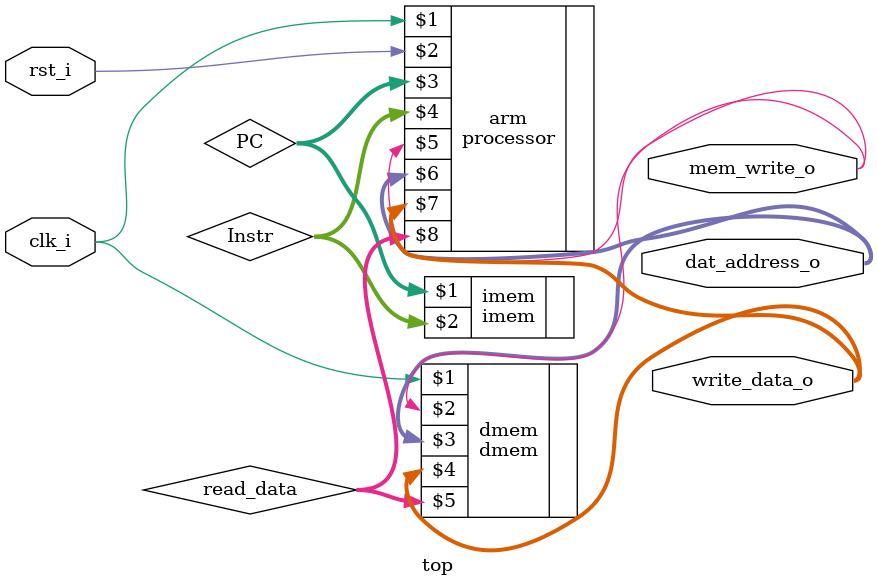
<source format=sv>
/* 
 * @file  top.sv
 * @autor Victor Montero
 * @date  14/10/2018
 *
 * Based on code found in Harris, D., & Harris, S. Digital design and computer architecture. Elsevier. 2012.
 */
 
 module top (	input logic clk_i,rst_i,
					output logic [31:0] write_data_o,dat_address_o,
					output logic mem_write_o);
					
	logic [31:0] PC,Instr,read_data;
	
	processor arm(clk_i,rst_i,PC,Instr,mem_write_o,dat_address_o,write_data_o,read_data) ;
	
	imem imem(PC,Instr);
	dmem dmem(clk_i,mem_write_o,dat_address_o,write_data_o,read_data);
	
endmodule

</source>
